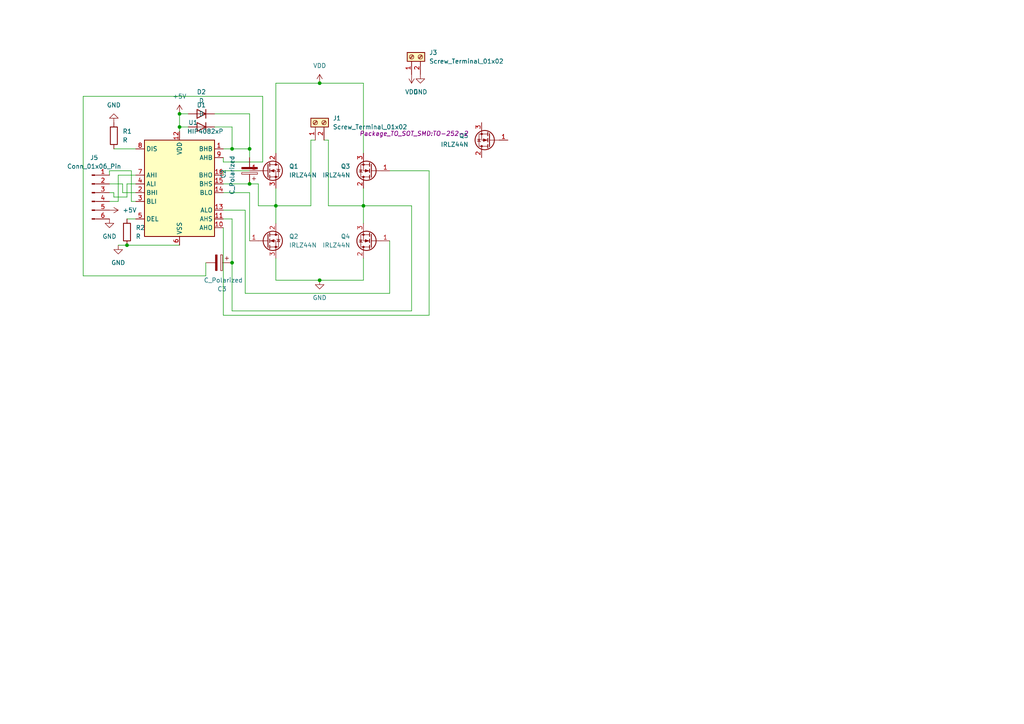
<source format=kicad_sch>
(kicad_sch (version 20230121) (generator eeschema)
  (paper "A4")
  (lib_symbols
    (symbol "Connector:Conn_01x06_Pin" (pin_names (offset 1.016) hide)
      (property "Reference" "J" (at 0 7.62 0))
      (property "Value" "Conn_01x06_Pin" (at 0 -10.16 0))
      (symbol "Conn_01x06_Pin_1_1"
        (polyline (pts (xy 1.27 -7.62) (xy 0.8636 -7.62)) (stroke (width 0.1524)))
        (polyline (pts (xy 1.27 -5.08) (xy 0.8636 -5.08)) (stroke (width 0.1524)))
        (polyline (pts (xy 1.27 -2.54) (xy 0.8636 -2.54)) (stroke (width 0.1524)))
        (polyline (pts (xy 1.27 0) (xy 0.8636 0)) (stroke (width 0.1524)))
        (polyline (pts (xy 1.27 2.54) (xy 0.8636 2.54)) (stroke (width 0.1524)))
        (polyline (pts (xy 1.27 5.08) (xy 0.8636 5.08)) (stroke (width 0.1524)))
        (rectangle (start 0.8636 -7.493) (end 0 -7.747) (stroke (width 0.1524)) (fill (type outline)))
        (rectangle (start 0.8636 -4.953) (end 0 -5.207) (stroke (width 0.1524)) (fill (type outline)))
        (rectangle (start 0.8636 -2.413) (end 0 -2.667) (stroke (width 0.1524)) (fill (type outline)))
        (rectangle (start 0.8636 0.127) (end 0 -0.127) (stroke (width 0.1524)) (fill (type outline)))
        (rectangle (start 0.8636 2.667) (end 0 2.413) (stroke (width 0.1524)) (fill (type outline)))
        (rectangle (start 0.8636 5.207) (end 0 4.953) (stroke (width 0.1524)) (fill (type outline)))
        (pin passive line (at 5.08 5.08 180) (length 3.81) (name "Pin_1") (number "1"))
        (pin passive line (at 5.08 2.54 180) (length 3.81) (name "Pin_2") (number "2"))
        (pin passive line (at 5.08 0 180) (length 3.81) (name "Pin_3") (number "3"))
        (pin passive line (at 5.08 -2.54 180) (length 3.81) (name "Pin_4") (number "4"))
        (pin passive line (at 5.08 -5.08 180) (length 3.81) (name "Pin_5") (number "5"))
        (pin passive line (at 5.08 -7.62 180) (length 3.81) (name "Pin_6") (number "6"))
      )
    )
    (symbol "Connector:Screw_Terminal_01x02" (pin_names (offset 1.016) hide)
      (property "Reference" "J" (at 0 2.54 0))
      (property "Value" "Screw_Terminal_01x02" (at 0 -5.08 0))
      (symbol "Screw_Terminal_01x02_1_1"
        (rectangle (start -1.27 1.27) (end 1.27 -3.81) (stroke (width 0.254)) (fill (type background)))
        (circle (center 0 -2.54) (radius 0.635) (stroke (width 0.1524)))
        (polyline (pts (xy -0.5334 -2.2098) (xy 0.3302 -3.048)) (stroke (width 0.1524)))
        (polyline (pts (xy -0.5334 0.3302) (xy 0.3302 -0.508)) (stroke (width 0.1524)))
        (polyline (pts (xy -0.3556 -2.032) (xy 0.508 -2.8702)) (stroke (width 0.1524)))
        (polyline (pts (xy -0.3556 0.508) (xy 0.508 -0.3302)) (stroke (width 0.1524)))
        (circle (center 0 0) (radius 0.635) (stroke (width 0.1524)))
        (pin passive line (at -5.08 0 0) (length 3.81) (name "Pin_1") (number "1"))
        (pin passive line (at -5.08 -2.54 0) (length 3.81) (name "Pin_2") (number "2"))
      )
    )
    (symbol "Device:C_Polarized" (pin_numbers hide) (pin_names (offset 0.254))
      (property "Reference" "C" (at 0.635 2.54 0))
      (property "Value" "C_Polarized" (at 0.635 -2.54 0))
      (symbol "C_Polarized_0_1"
        (rectangle (start -2.286 0.508) (end 2.286 1.016))
        (polyline (pts (xy -1.778 2.286) (xy -0.762 2.286)))
        (polyline (pts (xy -1.27 2.794) (xy -1.27 1.778)))
        (rectangle (start 2.286 -0.508) (end -2.286 -1.016) (fill (type outline)))
      )
      (symbol "C_Polarized_1_1"
        (pin passive line (at 0 3.81 270) (length 2.794) (name "~") (number "1"))
        (pin passive line (at 0 -3.81 90) (length 2.794) (name "~") (number "2"))
      )
    )
    (symbol "Device:D" (pin_numbers hide) (pin_names (offset 1.016) hide)
      (property "Reference" "D" (at 0 2.54 0))
      (property "Value" "D" (at 0 -2.54 0))
      (symbol "D_0_1"
        (polyline (pts (xy -1.27 1.27) (xy -1.27 -1.27)) (stroke (width 0.254)))
        (polyline (pts (xy 1.27 0) (xy -1.27 0)))
        (polyline (pts (xy 1.27 1.27) (xy 1.27 -1.27) (xy -1.27 0) (xy 1.27 1.27)) (stroke (width 0.254)))
      )
      (symbol "D_1_1"
        (pin passive line (at -3.81 0 0) (length 2.54) (name "K") (number "1"))
        (pin passive line (at 3.81 0 180) (length 2.54) (name "A") (number "2"))
      )
    )
    (symbol "Device:R" (pin_numbers hide) (pin_names (offset 0))
      (property "Reference" "R" (at 2.032 0 90))
      (property "Value" "R" (at 0 0 90))
      (symbol "R_0_1"
        (rectangle (start -1.016 -2.54) (end 1.016 2.54) (stroke (width 0.254)))
      )
      (symbol "R_1_1"
        (pin passive line (at 0 3.81 270) (length 1.27) (name "~") (number "1"))
        (pin passive line (at 0 -3.81 90) (length 1.27) (name "~") (number "2"))
      )
    )
    (symbol "Driver_FET:HIP4082xP"
      (property "Reference" "U" (at 2.54 16.51 0))
      (property "Value" "HIP4082xP" (at 2.54 13.97 0))
      (symbol "HIP4082xP_0_0"
        (pin passive line (at -12.7 -10.16 0) (length 2.54) (name "DEL") (number "5"))
      )
      (symbol "HIP4082xP_1_1"
        (rectangle (start -10.16 -15.24) (end 10.16 12.7) (stroke (width 0.254)) (fill (type background)))
        (pin input line (at 12.7 10.16 180) (length 2.54) (name "BHB") (number "1"))
        (pin output line (at 12.7 -12.7 180) (length 2.54) (name "AHO") (number "10"))
        (pin passive line (at 12.7 -10.16 180) (length 2.54) (name "AHS") (number "11"))
        (pin power_in line (at 0 15.24 270) (length 2.54) (name "VDD") (number "12"))
        (pin output line (at 12.7 -7.62 180) (length 2.54) (name "ALO") (number "13"))
        (pin output line (at 12.7 -2.54 180) (length 2.54) (name "BLO") (number "14"))
        (pin passive line (at 12.7 0 180) (length 2.54) (name "BHS") (number "15"))
        (pin output line (at 12.7 2.54 180) (length 2.54) (name "BHO") (number "16"))
        (pin input line (at -12.7 -2.54 0) (length 2.54) (name "BHI") (number "2"))
        (pin input line (at -12.7 -5.08 0) (length 2.54) (name "BLI") (number "3"))
        (pin input line (at -12.7 0 0) (length 2.54) (name "ALI") (number "4"))
        (pin power_in line (at 0 -17.78 90) (length 2.54) (name "VSS") (number "6"))
        (pin input line (at -12.7 2.54 0) (length 2.54) (name "AHI") (number "7"))
        (pin input line (at -12.7 10.16 0) (length 2.54) (name "DIS") (number "8"))
        (pin input line (at 12.7 7.62 180) (length 2.54) (name "AHB") (number "9"))
      )
    )
    (symbol "Transistor_FET:IRLZ44N" (pin_names hide)
      (property "Reference" "Q" (at 6.35 1.905 0))
      (property "Value" "IRLZ44N" (at 6.35 0 0))
      (symbol "IRLZ44N_0_1"
        (polyline (pts (xy 0.254 0) (xy -2.54 0)))
        (polyline (pts (xy 0.254 1.905) (xy 0.254 -1.905)) (stroke (width 0.254)))
        (polyline (pts (xy 0.762 -1.27) (xy 0.762 -2.286)) (stroke (width 0.254)))
        (polyline (pts (xy 0.762 0.508) (xy 0.762 -0.508)) (stroke (width 0.254)))
        (polyline (pts (xy 0.762 2.286) (xy 0.762 1.27)) (stroke (width 0.254)))
        (polyline (pts (xy 2.54 2.54) (xy 2.54 1.778)))
        (polyline (pts (xy 2.54 -2.54) (xy 2.54 0) (xy 0.762 0)))
        (polyline (pts (xy 0.762 -1.778) (xy 3.302 -1.778) (xy 3.302 1.778) (xy 0.762 1.778)))
        (polyline (pts (xy 1.016 0) (xy 2.032 0.381) (xy 2.032 -0.381) (xy 1.016 0)) (fill (type outline)))
        (polyline (pts (xy 2.794 0.508) (xy 2.921 0.381) (xy 3.683 0.381) (xy 3.81 0.254)))
        (polyline (pts (xy 3.302 0.381) (xy 2.921 -0.254) (xy 3.683 -0.254) (xy 3.302 0.381)))
        (circle (center 1.651 0) (radius 2.794) (stroke (width 0.254)))
        (circle (center 2.54 -1.778) (radius 0.254) (fill (type outline)))
        (circle (center 2.54 1.778) (radius 0.254) (fill (type outline)))
      )
      (symbol "IRLZ44N_1_1"
        (pin input line (at -5.08 0 0) (length 2.54) (name "G") (number "1"))
        (pin passive line (at 2.54 5.08 270) (length 2.54) (name "D") (number "2"))
        (pin passive line (at 2.54 -5.08 90) (length 2.54) (name "S") (number "3"))
      )
    )
    (symbol "power:+5V" (power) (pin_names (offset 0))
      (property "Value" "+5V" (at 0 3.556 0))
      (symbol "+5V_0_1"
        (polyline (pts (xy -0.762 1.27) (xy 0 2.54)))
        (polyline (pts (xy 0 0) (xy 0 2.54)))
        (polyline (pts (xy 0 2.54) (xy 0.762 1.27)))
      )
      (symbol "+5V_1_1"
        (pin power_in line (at 0 0 90) (length 0) hide (name "+5V") (number "1"))
      )
    )
    (symbol "power:GND" (power) (pin_names (offset 0))
      (property "Value" "GND" (at 0 -3.81 0))
      (symbol "GND_0_1"
        (polyline (pts (xy 0 0) (xy 0 -1.27) (xy 1.27 -1.27) (xy 0 -2.54) (xy -1.27 -1.27) (xy 0 -1.27)))
      )
      (symbol "GND_1_1"
        (pin power_in line (at 0 0 270) (length 0) hide (name "GND") (number "1"))
      )
    )
    (symbol "power:VDD" (power) (pin_names (offset 0))
      (property "Value" "VDD" (at 0 3.81 0))
      (symbol "VDD_0_1"
        (polyline (pts (xy -0.762 1.27) (xy 0 2.54)))
        (polyline (pts (xy 0 0) (xy 0 2.54)))
        (polyline (pts (xy 0 2.54) (xy 0.762 1.27)))
      )
      (symbol "VDD_1_1"
        (pin power_in line (at 0 0 90) (length 0) hide (name "VDD") (number "1"))
      )
    )
  )
  (junction (at 52.07 33.02))
  (junction (at 52.07 36.83))
  (junction (at 92.71 81.28))
  (junction (at 67.31 76.2))
  (junction (at 72.39 43.18))
  (junction (at 92.71 24.13))
  (junction (at 80.01 59.69))
  (junction (at 67.31 43.18))
  (junction (at 36.83 71.12))
  (junction (at 72.39 53.34))
  (junction (at 105.41 59.69))
  (wire (pts (xy 90.17 40.64) (xy 91.44 40.64)))
  (wire (pts (xy 105.41 54.61) (xy 105.41 59.69)))
  (wire (pts (xy 24.13 27.94) (xy 76.2 27.94)))
  (wire (pts (xy 67.31 43.18) (xy 72.39 43.18)))
  (wire (pts (xy 74.93 59.69) (xy 74.93 53.34)))
  (wire (pts (xy 67.31 63.5) (xy 64.77 63.5)))
  (wire (pts (xy 95.25 59.69) (xy 105.41 59.69)))
  (wire (pts (xy 105.41 81.28) (xy 105.41 74.93)))
  (wire (pts (xy 72.39 53.34) (xy 74.93 53.34)))
  (wire (pts (xy 38.1 58.42) (xy 38.1 49.53)))
  (wire (pts (xy 31.75 49.53) (xy 31.75 50.8)))
  (wire (pts (xy 80.01 54.61) (xy 80.01 59.69)))
  (wire (pts (xy 36.83 71.12) (xy 34.29 71.12)))
  (wire (pts (xy 36.83 63.5) (xy 39.37 63.5)))
  (wire (pts (xy 124.46 91.44) (xy 64.77 91.44)))
  (wire (pts (xy 64.77 53.34) (xy 72.39 53.34)))
  (wire (pts (xy 105.41 59.69) (xy 105.41 64.77)))
  (wire (pts (xy 80.01 81.28) (xy 92.71 81.28)))
  (wire (pts (xy 72.39 43.18) (xy 72.39 33.02)))
  (wire (pts (xy 64.77 60.96) (xy 71.12 60.96)))
  (wire (pts (xy 90.17 59.69) (xy 90.17 40.64)))
  (wire (pts (xy 36.83 71.12) (xy 52.07 71.12)))
  (wire (pts (xy 67.31 76.2) (xy 67.31 63.5)))
  (wire (pts (xy 24.13 80.01) (xy 24.13 27.94)))
  (wire (pts (xy 33.02 55.88) (xy 33.02 57.15)))
  (wire (pts (xy 93.98 40.64) (xy 95.25 40.64)))
  (wire (pts (xy 72.39 55.88) (xy 64.77 55.88)))
  (wire (pts (xy 59.69 76.2) (xy 59.69 80.01)))
  (wire (pts (xy 34.29 50.8) (xy 34.29 58.42)))
  (wire (pts (xy 31.75 55.88) (xy 33.02 55.88)))
  (wire (pts (xy 76.2 46.99) (xy 64.77 46.99)))
  (wire (pts (xy 119.38 59.69) (xy 119.38 90.17)))
  (wire (pts (xy 80.01 24.13) (xy 92.71 24.13)))
  (wire (pts (xy 72.39 45.72) (xy 72.39 43.18)))
  (wire (pts (xy 92.71 24.13) (xy 105.41 24.13)))
  (wire (pts (xy 113.03 49.53) (xy 124.46 49.53)))
  (wire (pts (xy 59.69 80.01) (xy 24.13 80.01)))
  (wire (pts (xy 64.77 91.44) (xy 64.77 66.04)))
  (wire (pts (xy 80.01 44.45) (xy 80.01 24.13)))
  (wire (pts (xy 113.03 85.09) (xy 113.03 69.85)))
  (wire (pts (xy 64.77 43.18) (xy 67.31 43.18)))
  (wire (pts (xy 31.75 53.34) (xy 35.56 53.34)))
  (wire (pts (xy 62.23 36.83) (xy 67.31 36.83)))
  (wire (pts (xy 52.07 36.83) (xy 52.07 38.1)))
  (wire (pts (xy 36.83 53.34) (xy 39.37 53.34)))
  (wire (pts (xy 71.12 85.09) (xy 113.03 85.09)))
  (wire (pts (xy 35.56 53.34) (xy 35.56 55.88)))
  (wire (pts (xy 105.41 24.13) (xy 105.41 44.45)))
  (wire (pts (xy 95.25 40.64) (xy 95.25 59.69)))
  (wire (pts (xy 105.41 59.69) (xy 119.38 59.69)))
  (wire (pts (xy 36.83 57.15) (xy 36.83 53.34)))
  (wire (pts (xy 35.56 55.88) (xy 39.37 55.88)))
  (wire (pts (xy 80.01 59.69) (xy 74.93 59.69)))
  (wire (pts (xy 80.01 59.69) (xy 90.17 59.69)))
  (wire (pts (xy 72.39 49.53) (xy 64.77 49.53)))
  (wire (pts (xy 64.77 49.53) (xy 64.77 50.8)))
  (wire (pts (xy 76.2 27.94) (xy 76.2 46.99)))
  (wire (pts (xy 64.77 46.99) (xy 64.77 45.72)))
  (wire (pts (xy 80.01 74.93) (xy 80.01 81.28)))
  (wire (pts (xy 62.23 33.02) (xy 72.39 33.02)))
  (wire (pts (xy 72.39 69.85) (xy 72.39 55.88)))
  (wire (pts (xy 38.1 49.53) (xy 31.75 49.53)))
  (wire (pts (xy 33.02 43.18) (xy 39.37 43.18)))
  (wire (pts (xy 67.31 90.17) (xy 67.31 76.2)))
  (wire (pts (xy 39.37 50.8) (xy 34.29 50.8)))
  (wire (pts (xy 52.07 33.02) (xy 52.07 36.83)))
  (wire (pts (xy 119.38 90.17) (xy 67.31 90.17)))
  (wire (pts (xy 54.61 33.02) (xy 52.07 33.02)))
  (wire (pts (xy 71.12 60.96) (xy 71.12 85.09)))
  (wire (pts (xy 92.71 81.28) (xy 105.41 81.28)))
  (wire (pts (xy 39.37 58.42) (xy 38.1 58.42)))
  (wire (pts (xy 31.75 58.42) (xy 34.29 58.42)))
  (wire (pts (xy 54.61 36.83) (xy 52.07 36.83)))
  (wire (pts (xy 124.46 49.53) (xy 124.46 91.44)))
  (wire (pts (xy 67.31 36.83) (xy 67.31 43.18)))
  (wire (pts (xy 80.01 59.69) (xy 80.01 64.77)))
  (wire (pts (xy 33.02 57.15) (xy 36.83 57.15)))
  (symbol (lib_id "Connector:Screw_Terminal_01x02") (at 91.44 35.56 90) (unit 1)
    (property "Reference" "J1" (at 96.52 34.29 90) (effects (justify right)))
    (property "Value" "Screw_Terminal_01x02" (at 96.52 36.83 90) (effects (justify right)))
    (property "Footprint" "TerminalBlock:TerminalBlock_bornier-2_P5.08mm" (effects hide))
  )
  (symbol (lib_id "Device:C_Polarized") (at 63.5 76.2 270) (unit 1)
    (property "Reference" "C3" (at 64.389 83.82 90))
    (property "Value" "C_Polarized" (at 64.77 81.28 90))
    (property "Footprint" "Capacitor_THT:CP_Radial_D8.0mm_P3.80mm" (effects hide))
  )
  (symbol (lib_id "Transistor_FET:IRLZ44N") (at 77.47 69.85 0) (unit 1)
    (property "Reference" "Q2" (at 83.82 68.58 0) (effects (justify left)))
    (property "Value" "IRLZ44N" (at 83.82 71.12 0) (effects (justify left)))
    (property "Footprint" "Package_TO_SOT_SMD:TO-252-2" (effects hide))
    (property "Datasheet" "http://www.irf.com/product-info/datasheets/data/irlz44n.pdf" (effects hide))
  )
  (symbol (lib_id "Transistor_FET:IRLZ44N") (at 77.47 49.53 0) (unit 1)
    (property "Reference" "Q1" (at 83.82 48.26 0) (effects (justify left)))
    (property "Value" "IRLZ44N" (at 83.82 50.8 0) (effects (justify left)))
    (property "Footprint" "Package_TO_SOT_SMD:TO-252-2" (effects hide))
    (property "Datasheet" "http://www.irf.com/product-info/datasheets/data/irlz44n.pdf" (effects hide))
  )
  (symbol (lib_id "Transistor_FET:IRLZ44N") (at 107.95 49.53 180) (unit 1)
    (property "Reference" "Q3" (at 101.6 48.26 0) (effects (justify left)))
    (property "Value" "IRLZ44N" (at 101.6 50.8 0) (effects (justify left)))
    (property "Footprint" "Package_TO_SOT_SMD:TO-252-2" (effects hide))
    (property "Datasheet" "http://www.irf.com/product-info/datasheets/data/irlz44n.pdf" (effects hide))
  )
  (symbol (lib_id "Device:D") (at 58.42 36.83 180) (unit 1)
    (property "Reference" "D1" (at 58.42 30.48 0))
    (property "Value" "D" (at 58.42 33.02 0))
    (property "Footprint" "Diode_SMD:D_SOD-123" (effects hide))
    (property "Sim.Device" "D" (effects hide))
    (property "Sim.Pins" "1=K 2=A" (effects hide))
  )
  (symbol (lib_id "power:GND") (at 33.02 35.56 180) (unit 1)
    (property "Reference" "#PWR03" (effects hide))
    (property "Value" "GND" (at 33.02 30.48 0))
  )
  (symbol (lib_id "Device:R") (at 36.83 67.31 0) (unit 1)
    (property "Reference" "R2" (at 39.37 66.04 0) (effects (justify left)))
    (property "Value" "R" (at 39.37 68.58 0) (effects (justify left)))
    (property "Footprint" "Resistor_SMD:R_1206_3216Metric" (effects hide))
  )
  (symbol (lib_id "power:GND") (at 121.92 21.59 0) (unit 1)
    (property "Reference" "#PWR07" (effects hide))
    (property "Value" "GND" (at 121.92 26.67 0))
  )
  (symbol (lib_id "Device:D") (at 58.42 33.02 180) (unit 1)
    (property "Reference" "D2" (at 58.42 26.67 0))
    (property "Value" "D" (at 58.42 29.21 0))
    (property "Footprint" "Diode_SMD:D_SOD-123" (effects hide))
    (property "Sim.Device" "D" (effects hide))
    (property "Sim.Pins" "1=K 2=A" (effects hide))
  )
  (symbol (lib_id "Device:C_Polarized") (at 72.39 49.53 180) (unit 1)
    (property "Reference" "C2" (at 64.77 50.419 90))
    (property "Value" "C_Polarized" (at 67.31 50.8 90))
    (property "Footprint" "Capacitor_THT:CP_Radial_D8.0mm_P3.80mm" (effects hide))
  )
  (symbol (lib_id "Device:R") (at 33.02 39.37 0) (unit 1)
    (property "Reference" "R1" (at 35.56 38.1 0) (effects (justify left)))
    (property "Value" "R" (at 35.56 40.64 0) (effects (justify left)))
    (property "Footprint" "Resistor_SMD:R_1206_3216Metric" (effects hide))
  )
  (symbol (lib_id "Transistor_FET:IRLZ44N") (at 142.24 40.64 180) (unit 1)
    (property "Reference" "Q5" (at 135.89 39.37 0) (effects (justify left)))
    (property "Value" "IRLZ44N" (at 135.89 41.91 0) (effects (justify left)))
    (property "Footprint" "Package_TO_SOT_SMD:TO-252-2" (at 135.89 38.735 0) (effects (font italic) (justify left)))
    (property "Datasheet" "http://www.irf.com/product-info/datasheets/data/irlz44n.pdf" (effects hide))
  )
  (symbol (lib_id "power:GND") (at 92.71 81.28 0) (unit 1)
    (property "Reference" "#PWR02" (effects hide))
    (property "Value" "GND" (at 92.71 86.36 0))
  )
  (symbol (lib_id "power:+5V") (at 31.75 60.96 270) (unit 1)
    (property "Reference" "#PWR010" (effects hide))
    (property "Value" "+5V" (at 35.56 60.96 90) (effects (justify left)))
  )
  (symbol (lib_id "Connector:Conn_01x06_Pin") (at 26.67 55.88 0) (unit 1)
    (property "Reference" "J5" (at 27.305 45.72 0))
    (property "Value" "Conn_01x06_Pin" (at 27.305 48.26 0))
    (property "Footprint" "Connector_PinSocket_2.54mm:PinSocket_1x06_P2.54mm_Vertical" (effects hide))
  )
  (symbol (lib_id "Driver_FET:HIP4082xP") (at 52.07 53.34 0) (unit 1)
    (property "Reference" "U1" (at 54.61 35.56 0) (effects (justify left)))
    (property "Value" "HIP4082xP" (at 54.2641 38.1 0) (effects (justify left)))
    (property "Footprint" "Package_SO:SOIC-16_3.9x9.9mm_P1.27mm" (effects hide))
    (property "Datasheet" "https://www.renesas.com/www/doc/datasheet/hip4082.pdf" (effects hide))
  )
  (symbol (lib_id "power:VDD") (at 92.71 24.13 0) (unit 1)
    (property "Reference" "#PWR01" (effects hide))
    (property "Value" "VDD" (at 92.71 19.05 0))
  )
  (symbol (lib_id "power:+5V") (at 52.07 33.02 0) (unit 1)
    (property "Reference" "#PWR04" (effects hide))
    (property "Value" "+5V" (at 52.07 27.94 0))
  )
  (symbol (lib_id "power:VDD") (at 119.38 21.59 180) (unit 1)
    (property "Reference" "#PWR06" (effects hide))
    (property "Value" "VDD" (at 119.38 26.67 0))
  )
  (symbol (lib_id "power:GND") (at 34.29 71.12 0) (unit 1)
    (property "Reference" "#PWR05" (effects hide))
    (property "Value" "GND" (at 34.29 76.2 0))
  )
  (symbol (lib_id "Transistor_FET:IRLZ44N") (at 107.95 69.85 180) (unit 1)
    (property "Reference" "Q4" (at 101.6 68.58 0) (effects (justify left)))
    (property "Value" "IRLZ44N" (at 101.6 71.12 0) (effects (justify left)))
    (property "Footprint" "Package_TO_SOT_SMD:TO-252-2" (effects hide))
    (property "Datasheet" "http://www.irf.com/product-info/datasheets/data/irlz44n.pdf" (effects hide))
  )
  (symbol (lib_id "Connector:Screw_Terminal_01x02") (at 119.38 16.51 90) (unit 1)
    (property "Reference" "J3" (at 124.46 15.24 90) (effects (justify right)))
    (property "Value" "Screw_Terminal_01x02" (at 124.46 17.78 90) (effects (justify right)))
    (property "Footprint" "TerminalBlock:TerminalBlock_bornier-2_P5.08mm" (effects hide))
  )
  (symbol (lib_id "power:GND") (at 31.75 63.5 0) (unit 1)
    (property "Reference" "#PWR011" (effects hide))
    (property "Value" "GND" (at 31.75 68.58 0))
  )
)
</source>
